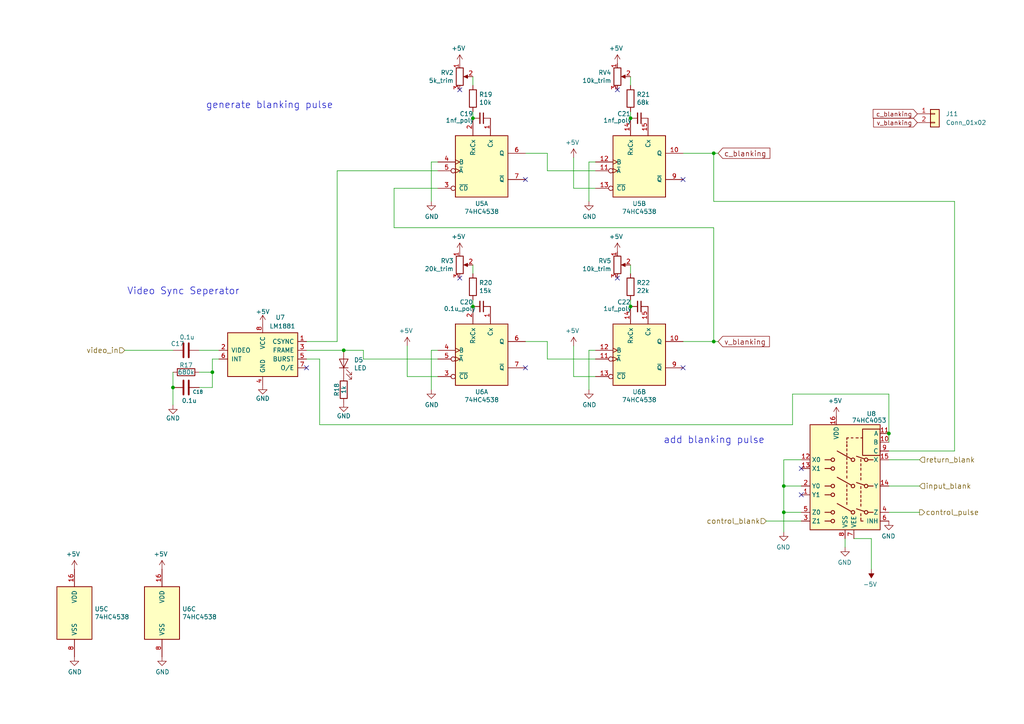
<source format=kicad_sch>
(kicad_sch (version 20211123) (generator eeschema)
  (paper "A4")
  (lib_symbols
    (symbol "74hc4538:74HC4538" (pin_names (offset 1.016))
      (property "Reference" "U" (at -7.62 8.89 0))
      (property "Value" "74HC4538" (at -7.62 -11.43 0))
      (symbol "74HC4538_1_0"
        (pin input line (at 2.54 12.7 270) (length 5.08) (name "Cx") (number "1"))
        (pin input line (at -2.54 12.7 270) (length 5.08) (name "RxCx") (number "2"))
        (pin input inverted (at -12.7 -7.62 0) (length 5.08) (name "~{CD}") (number "3"))
        (pin input clock (at -12.7 0 0) (length 5.08) (name "B") (number "4"))
        (pin input inverted_clock (at -12.7 -2.54 0) (length 5.08) (name "~{A}") (number "5"))
        (pin output line (at 12.7 2.54 180) (length 5.08) (name "Q") (number "6"))
        (pin output line (at 12.7 -5.08 180) (length 5.08) (name "~{Q}") (number "7"))
      )
      (symbol "74HC4538_1_1"
        (rectangle (start -7.62 7.62) (end 7.62 -10.16) (stroke (width 0.254)) (fill (type background)))
      )
      (symbol "74HC4538_2_0"
        (pin output line (at 12.7 2.54 180) (length 5.08) (name "Q") (number "10"))
        (pin input inverted_clock (at -12.7 -2.54 0) (length 5.08) (name "~{A}") (number "11"))
        (pin input clock (at -12.7 0 0) (length 5.08) (name "B") (number "12"))
        (pin input inverted (at -12.7 -7.62 0) (length 5.08) (name "~{CD}") (number "13"))
        (pin input line (at -2.54 12.7 270) (length 5.08) (name "RxCx") (number "14"))
        (pin input line (at 2.54 12.7 270) (length 5.08) (name "Cx") (number "15"))
        (pin output line (at 12.7 -5.08 180) (length 5.08) (name "~{Q}") (number "9"))
      )
      (symbol "74HC4538_2_1"
        (rectangle (start -7.62 7.62) (end 7.62 -10.16) (stroke (width 0.254)) (fill (type background)))
      )
      (symbol "74HC4538_3_0"
        (pin power_in line (at 0 12.7 270) (length 5.08) (name "VDD") (number "16"))
        (pin power_in line (at 0 -12.7 90) (length 5.08) (name "VSS") (number "8"))
      )
      (symbol "74HC4538_3_1"
        (rectangle (start -5.08 7.62) (end 5.08 -7.62) (stroke (width 0.254)) (fill (type background)))
      )
    )
    (symbol "Connector_Generic:Conn_01x02" (pin_names (offset 1.016) hide)
      (property "Reference" "J" (at 0 2.54 0))
      (property "Value" "Conn_01x02" (at 0 -5.08 0))
      (symbol "Conn_01x02_1_1"
        (rectangle (start -1.27 -2.413) (end 0 -2.667) (stroke (width 0.1524)))
        (rectangle (start -1.27 0.127) (end 0 -0.127) (stroke (width 0.1524)))
        (rectangle (start -1.27 1.27) (end 1.27 -3.81) (stroke (width 0.254)) (fill (type background)))
        (pin passive line (at -5.08 0 0) (length 3.81) (name "Pin_1") (number "1"))
        (pin passive line (at -5.08 -2.54 0) (length 3.81) (name "Pin_2") (number "2"))
      )
    )
    (symbol "Device:C_Small" (pin_numbers hide) (pin_names (offset 0.254) hide)
      (property "Reference" "C" (at 0.254 1.778 0))
      (property "Value" "C_Small" (at 0.254 -2.032 0))
      (symbol "C_Small_0_1"
        (polyline (pts (xy -1.524 -0.508) (xy 1.524 -0.508)) (stroke (width 0.3302)))
        (polyline (pts (xy -1.524 0.508) (xy 1.524 0.508)) (stroke (width 0.3048)))
      )
      (symbol "C_Small_1_1"
        (pin passive line (at 0 2.54 270) (length 2.032) (name "~") (number "1"))
        (pin passive line (at 0 -2.54 90) (length 2.032) (name "~") (number "2"))
      )
    )
    (symbol "Device:R" (pin_numbers hide) (pin_names (offset 0))
      (property "Reference" "R" (at 2.032 0 90))
      (property "Value" "R" (at 0 0 90))
      (symbol "R_0_1"
        (rectangle (start -1.016 -2.54) (end 1.016 2.54) (stroke (width 0.254)))
      )
      (symbol "R_1_1"
        (pin passive line (at 0 3.81 270) (length 1.27) (name "~") (number "1"))
        (pin passive line (at 0 -3.81 90) (length 1.27) (name "~") (number "2"))
      )
    )
    (symbol "Sync-Ope-proto-rescue:+5V-Sync-Ope-proto-Sync-Ope-proto-rescue" (power) (pin_names (offset 0))
      (property "Value" "+5V-Sync-Ope-proto-Sync-Ope-proto-rescue" (at 0 3.556 0))
      (symbol "+5V-Sync-Ope-proto-Sync-Ope-proto-rescue_0_1"
        (polyline (pts (xy -0.762 1.27) (xy 0 2.54)))
        (polyline (pts (xy 0 0) (xy 0 2.54)))
        (polyline (pts (xy 0 2.54) (xy 0.762 1.27)))
      )
      (symbol "+5V-Sync-Ope-proto-Sync-Ope-proto-rescue_1_1"
        (pin power_in line (at 0 0 90) (length 0) hide (name "+5V") (number "1"))
      )
    )
    (symbol "Sync-Ope-proto-rescue:C-Sync-Ope-proto-Sync-Ope-proto-rescue" (pin_numbers hide) (pin_names (offset 0.254))
      (property "Reference" "C" (at 0.635 2.54 0))
      (property "Value" "C-Sync-Ope-proto-Sync-Ope-proto-rescue" (at 0.635 -2.54 0))
      (symbol "C-Sync-Ope-proto-Sync-Ope-proto-rescue_0_1"
        (polyline (pts (xy -2.032 -0.762) (xy 2.032 -0.762)) (stroke (width 0.508)))
        (polyline (pts (xy -2.032 0.762) (xy 2.032 0.762)) (stroke (width 0.508)))
      )
      (symbol "C-Sync-Ope-proto-Sync-Ope-proto-rescue_1_1"
        (pin passive line (at 0 3.81 270) (length 2.794) (name "~") (number "1"))
        (pin passive line (at 0 -3.81 90) (length 2.794) (name "~") (number "2"))
      )
    )
    (symbol "Sync-Ope-proto-rescue:CD4053B-Analog_Switch"
      (property "Reference" "U" (at -10.16 16.51 0))
      (property "Value" "CD4053B-Analog_Switch" (at 3.81 16.51 0))
      (symbol "CD4053B-Analog_Switch_0_1"
        (rectangle (start -10.16 6.35) (end -5.08 13.97) (stroke (width 0.254)))
        (rectangle (start -10.16 15.24) (end 10.16 -15.24) (stroke (width 0.254)) (fill (type background)))
        (circle (center -6.096 -10.16) (radius 0.508) (stroke (width 0.254)))
        (circle (center -6.096 -2.54) (radius 0.508) (stroke (width 0.254)))
        (circle (center -6.096 5.08) (radius 0.508) (stroke (width 0.254)))
        (circle (center -2.286 -10.16) (radius 0.508) (stroke (width 0.254)))
        (circle (center -2.286 -2.54) (radius 0.508) (stroke (width 0.254)))
        (circle (center -2.286 5.08) (radius 0.508) (stroke (width 0.254)))
        (polyline (pts (xy -8.128 -10.16) (xy -6.604 -10.16)) (stroke (width 0.254)))
        (polyline (pts (xy -8.128 -2.54) (xy -6.604 -2.54)) (stroke (width 0.254)))
        (polyline (pts (xy -8.128 5.08) (xy -6.604 5.08)) (stroke (width 0.254)))
        (polyline (pts (xy -5.588 -9.906) (xy -3.302 -9.144)) (stroke (width 0.254)))
        (polyline (pts (xy -5.588 -2.286) (xy -3.302 -1.524)) (stroke (width 0.254)))
        (polyline (pts (xy -5.588 5.334) (xy -3.302 6.096)) (stroke (width 0.254)))
        (polyline (pts (xy -4.572 -12.7) (xy -5.207 -12.7)) (stroke (width 0.254)))
        (polyline (pts (xy -4.572 -12.446) (xy -4.572 -11.811)) (stroke (width 0.254)))
        (polyline (pts (xy -4.572 -11.176) (xy -4.572 -10.541)) (stroke (width 0.254)))
        (polyline (pts (xy -4.572 -8.382) (xy -4.572 -7.747)) (stroke (width 0.254)))
        (polyline (pts (xy -4.572 -7.112) (xy -4.572 -6.477)) (stroke (width 0.254)))
        (polyline (pts (xy -4.572 -5.842) (xy -4.572 -5.207)) (stroke (width 0.254)))
        (polyline (pts (xy -4.572 -4.572) (xy -4.572 -3.937)) (stroke (width 0.254)))
        (polyline (pts (xy -4.572 -3.302) (xy -4.572 -2.667)) (stroke (width 0.254)))
        (polyline (pts (xy -4.572 -0.762) (xy -4.572 -0.127)) (stroke (width 0.254)))
        (polyline (pts (xy -4.572 0.508) (xy -4.572 1.143)) (stroke (width 0.254)))
        (polyline (pts (xy -4.572 2.032) (xy -4.572 2.667)) (stroke (width 0.254)))
        (polyline (pts (xy -4.572 3.302) (xy -4.572 3.937)) (stroke (width 0.254)))
        (polyline (pts (xy -4.572 4.572) (xy -4.572 5.207)) (stroke (width 0.254)))
        (polyline (pts (xy -4.572 11.43) (xy -5.08 11.43)) (stroke (width 0.254)))
        (polyline (pts (xy -3.81 11.43) (xy -3.175 11.43)) (stroke (width 0.254)))
        (polyline (pts (xy -1.778 -9.906) (xy 2.286 -7.62)) (stroke (width 0.254)))
        (polyline (pts (xy -1.778 -2.286) (xy 2.286 0)) (stroke (width 0.254)))
        (polyline (pts (xy -1.778 5.334) (xy 2.286 7.62)) (stroke (width 0.254)))
        (polyline (pts (xy -1.778 11.43) (xy -2.286 11.43)) (stroke (width 0.254)))
        (polyline (pts (xy -0.508 -7.874) (xy -0.508 -7.239)) (stroke (width 0.254)))
        (polyline (pts (xy -0.508 -6.604) (xy -0.508 -5.969)) (stroke (width 0.254)))
        (polyline (pts (xy -0.508 -5.334) (xy -0.508 -4.699)) (stroke (width 0.254)))
        (polyline (pts (xy -0.508 -4.064) (xy -0.508 -3.429)) (stroke (width 0.254)))
        (polyline (pts (xy -0.508 -2.794) (xy -0.508 -2.159)) (stroke (width 0.254)))
        (polyline (pts (xy -0.508 -0.254) (xy -0.508 0.381)) (stroke (width 0.254)))
        (polyline (pts (xy -0.508 1.27) (xy -0.508 1.905)) (stroke (width 0.254)))
        (polyline (pts (xy -0.508 2.54) (xy -0.508 3.175)) (stroke (width 0.254)))
        (polyline (pts (xy -0.508 3.81) (xy -0.508 4.445)) (stroke (width 0.254)))
        (polyline (pts (xy -0.508 5.08) (xy -0.508 5.715)) (stroke (width 0.254)))
        (polyline (pts (xy -0.508 6.35) (xy -0.508 6.985)) (stroke (width 0.254)))
        (polyline (pts (xy -0.508 7.62) (xy -0.508 8.255)) (stroke (width 0.254)))
        (polyline (pts (xy -0.508 8.89) (xy -0.508 9.398)) (stroke (width 0.254)))
        (polyline (pts (xy -0.508 8.89) (xy -0.508 9.525)) (stroke (width 0.254)))
        (polyline (pts (xy -0.508 9.906) (xy -0.508 10.414)) (stroke (width 0.254)))
        (polyline (pts (xy -0.508 10.922) (xy -0.508 11.43)) (stroke (width 0.254)))
        (polyline (pts (xy -0.508 11.43) (xy -1.016 11.43)) (stroke (width 0.254)))
        (polyline (pts (xy 4.064 -12.7) (xy 5.842 -12.7)) (stroke (width 0.254)))
        (polyline (pts (xy 4.064 -10.16) (xy 5.842 -10.16)) (stroke (width 0.254)))
        (polyline (pts (xy 4.064 -5.08) (xy 5.842 -5.08)) (stroke (width 0.254)))
        (polyline (pts (xy 4.064 -2.54) (xy 5.842 -2.54)) (stroke (width 0.254)))
        (polyline (pts (xy 4.064 2.54) (xy 5.842 2.54)) (stroke (width 0.254)))
        (polyline (pts (xy 4.064 5.08) (xy 5.842 5.08)) (stroke (width 0.254)))
        (circle (center 3.556 -12.7) (radius 0.508) (stroke (width 0.254)))
        (circle (center 3.556 -10.16) (radius 0.508) (stroke (width 0.254)))
        (circle (center 3.556 -5.08) (radius 0.508) (stroke (width 0.254)))
        (circle (center 3.556 -2.54) (radius 0.508) (stroke (width 0.254)))
        (circle (center 3.556 2.54) (radius 0.508) (stroke (width 0.254)))
        (circle (center 3.556 5.08) (radius 0.508) (stroke (width 0.254)))
      )
      (symbol "CD4053B-Analog_Switch_1_1"
        (pin bidirectional line (at 12.7 -5.08 180) (length 2.54) (name "Y1") (number "1"))
        (pin input line (at -12.7 10.16 0) (length 2.54) (name "B") (number "10"))
        (pin input line (at -12.7 12.7 0) (length 2.54) (name "A") (number "11"))
        (pin bidirectional line (at 12.7 5.08 180) (length 2.54) (name "X0") (number "12"))
        (pin bidirectional line (at 12.7 2.54 180) (length 2.54) (name "X1") (number "13"))
        (pin bidirectional line (at -12.7 -2.54 0) (length 2.54) (name "Y") (number "14"))
        (pin bidirectional line (at -12.7 5.08 0) (length 2.54) (name "X") (number "15"))
        (pin power_in line (at 2.54 17.78 270) (length 2.54) (name "VDD") (number "16"))
        (pin bidirectional line (at 12.7 -2.54 180) (length 2.54) (name "Y0") (number "2"))
        (pin bidirectional line (at 12.7 -12.7 180) (length 2.54) (name "Z1") (number "3"))
        (pin bidirectional line (at -12.7 -10.16 0) (length 2.54) (name "Z") (number "4"))
        (pin bidirectional line (at 12.7 -10.16 180) (length 2.54) (name "Z0") (number "5"))
        (pin input line (at -12.7 -12.7 0) (length 2.54) (name "INH") (number "6"))
        (pin power_in line (at -2.54 -17.78 90) (length 2.54) (name "VEE") (number "7"))
        (pin power_in line (at 0 -17.78 90) (length 2.54) (name "VSS") (number "8"))
        (pin input line (at -12.7 7.62 0) (length 2.54) (name "C") (number "9"))
      )
    )
    (symbol "Sync-Ope-proto-rescue:GND-Sync-Ope-proto-Sync-Ope-proto-rescue" (power) (pin_names (offset 0))
      (property "Value" "GND-Sync-Ope-proto-Sync-Ope-proto-rescue" (at 0 -3.81 0))
      (symbol "GND-Sync-Ope-proto-Sync-Ope-proto-rescue_0_1"
        (polyline (pts (xy 0 0) (xy 0 -1.27) (xy 1.27 -1.27) (xy 0 -2.54) (xy -1.27 -1.27) (xy 0 -1.27)))
      )
      (symbol "GND-Sync-Ope-proto-Sync-Ope-proto-rescue_1_1"
        (pin power_in line (at 0 0 270) (length 0) hide (name "GND") (number "1"))
      )
    )
    (symbol "Sync-Ope-proto-rescue:LED-Device" (pin_numbers hide) (pin_names (offset 1.016) hide)
      (property "Reference" "D" (at 0 2.54 0))
      (property "Value" "LED-Device" (at 0 -2.54 0))
      (symbol "LED-Device_0_1"
        (polyline (pts (xy -1.27 -1.27) (xy -1.27 1.27)) (stroke (width 0.2032)))
        (polyline (pts (xy -1.27 0) (xy 1.27 0)))
        (polyline (pts (xy 1.27 -1.27) (xy 1.27 1.27) (xy -1.27 0) (xy 1.27 -1.27)) (stroke (width 0.2032)))
        (polyline (pts (xy -3.048 -0.762) (xy -4.572 -2.286) (xy -3.81 -2.286) (xy -4.572 -2.286) (xy -4.572 -1.524)))
        (polyline (pts (xy -1.778 -0.762) (xy -3.302 -2.286) (xy -2.54 -2.286) (xy -3.302 -2.286) (xy -3.302 -1.524)))
      )
      (symbol "LED-Device_1_1"
        (pin passive line (at -3.81 0 0) (length 2.54) (name "K") (number "1"))
        (pin passive line (at 3.81 0 180) (length 2.54) (name "A") (number "2"))
      )
    )
    (symbol "Sync-Ope-proto-rescue:R-Sync-Ope-proto-Sync-Ope-proto-rescue" (pin_numbers hide) (pin_names (offset 0))
      (property "Reference" "R" (at 2.032 0 90))
      (property "Value" "R-Sync-Ope-proto-Sync-Ope-proto-rescue" (at 0 0 90))
      (symbol "R-Sync-Ope-proto-Sync-Ope-proto-rescue_0_1"
        (rectangle (start -1.016 -2.54) (end 1.016 2.54) (stroke (width 0.254)))
      )
      (symbol "R-Sync-Ope-proto-Sync-Ope-proto-rescue_1_1"
        (pin passive line (at 0 3.81 270) (length 1.27) (name "~") (number "1"))
        (pin passive line (at 0 -3.81 90) (length 1.27) (name "~") (number "2"))
      )
    )
    (symbol "Video:LM1881" (pin_names (offset 1.016))
      (property "Reference" "U" (at -8.89 8.89 0))
      (property "Value" "LM1881" (at 6.35 8.89 0))
      (symbol "LM1881_0_1"
        (rectangle (start -10.16 7.62) (end 10.16 -5.08) (stroke (width 0.254)) (fill (type background)))
      )
      (symbol "LM1881_1_1"
        (pin output line (at 12.7 5.08 180) (length 2.54) (name "CSYNC") (number "1"))
        (pin input line (at -12.7 2.54 0) (length 2.54) (name "VIDEO") (number "2"))
        (pin output line (at 12.7 2.54 180) (length 2.54) (name "FRAME") (number "3"))
        (pin power_in line (at 0 -7.62 90) (length 2.54) (name "GND") (number "4"))
        (pin output line (at 12.7 0 180) (length 2.54) (name "BURST") (number "5"))
        (pin input line (at -12.7 0 0) (length 2.54) (name "INT") (number "6"))
        (pin output line (at 12.7 -2.54 180) (length 2.54) (name "O/E") (number "7"))
        (pin power_in line (at 0 10.16 270) (length 2.54) (name "VCC") (number "8"))
      )
    )
    (symbol "power:+5V" (power) (pin_names (offset 0))
      (property "Value" "+5V" (at 0 3.556 0))
      (symbol "+5V_0_1"
        (polyline (pts (xy -0.762 1.27) (xy 0 2.54)))
        (polyline (pts (xy 0 0) (xy 0 2.54)))
        (polyline (pts (xy 0 2.54) (xy 0.762 1.27)))
      )
      (symbol "+5V_1_1"
        (pin power_in line (at 0 0 90) (length 0) hide (name "+5V") (number "1"))
      )
    )
    (symbol "power:-5V" (power) (pin_names (offset 0))
      (property "Value" "-5V" (at 0 3.81 0))
      (symbol "-5V_0_0"
        (pin power_in line (at 0 0 90) (length 0) hide (name "-5V") (number "1"))
      )
      (symbol "-5V_0_1"
        (polyline (pts (xy 0 0) (xy 0 1.27) (xy 0.762 1.27) (xy 0 2.54) (xy -0.762 1.27) (xy 0 1.27)) (fill (type outline)))
      )
    )
    (symbol "power:GND" (power) (pin_names (offset 0))
      (property "Value" "GND" (at 0 -3.81 0))
      (symbol "GND_0_1"
        (polyline (pts (xy 0 0) (xy 0 -1.27) (xy 1.27 -1.27) (xy 0 -2.54) (xy -1.27 -1.27) (xy 0 -1.27)))
      )
      (symbol "GND_1_1"
        (pin power_in line (at 0 0 270) (length 0) hide (name "GND") (number "1"))
      )
    )
    (symbol "sync_ope-rescue:R_POT-Device" (pin_names (offset 1.016) hide)
      (property "Reference" "RV" (at -4.445 0 90))
      (property "Value" "R_POT-Device" (at -2.54 0 90))
      (symbol "R_POT-Device_0_1"
        (polyline (pts (xy 2.54 0) (xy 1.524 0)))
        (polyline (pts (xy 1.143 0) (xy 2.286 0.508) (xy 2.286 -0.508) (xy 1.143 0)) (fill (type outline)))
        (rectangle (start 1.016 2.54) (end -1.016 -2.54) (stroke (width 0.254)))
      )
      (symbol "R_POT-Device_1_1"
        (pin passive line (at 0 3.81 270) (length 1.27) (name "1") (number "1"))
        (pin passive line (at 3.81 0 180) (length 1.27) (name "2") (number "2"))
        (pin passive line (at 0 -3.81 90) (length 1.27) (name "3") (number "3"))
      )
    )
  )
  (junction (at 257.81 125.73))
  (junction (at 137.16 88.9))
  (junction (at 182.88 88.9))
  (junction (at 61.595 107.95))
  (junction (at 137.16 34.29))
  (junction (at 50.165 112.395))
  (junction (at 182.88 34.29))
  (junction (at 227.33 148.59))
  (junction (at 207.01 44.45))
  (junction (at 99.695 101.6))
  (junction (at 207.01 99.06))
  (junction (at 227.33 140.97))
  (no_connect (at 179.07 80.645))
  (no_connect (at 133.35 80.645))
  (no_connect (at 152.4 106.68))
  (no_connect (at 179.07 26.035))
  (no_connect (at 232.41 135.89))
  (no_connect (at 152.4 52.07))
  (no_connect (at 88.9 106.68))
  (no_connect (at 232.41 143.51))
  (no_connect (at 198.12 52.07))
  (no_connect (at 198.12 106.68))
  (no_connect (at 133.35 26.035))
  (wire (pts (xy 88.9 104.14) (xy 92.71 104.14)))
  (wire (pts (xy 207.01 99.06) (xy 198.12 99.06)))
  (wire (pts (xy 61.595 112.395) (xy 61.595 107.95)))
  (wire (pts (xy 229.87 114.3) (xy 257.81 114.3)))
  (wire (pts (xy 118.11 100.33) (xy 118.11 109.22)))
  (wire (pts (xy 158.75 99.06) (xy 158.75 104.14)))
  (wire (pts (xy 50.165 117.475) (xy 50.165 112.395)))
  (wire (pts (xy 207.01 58.42) (xy 276.86 58.42)))
  (wire (pts (xy 229.87 123.19) (xy 229.87 114.3)))
  (wire (pts (xy 172.72 46.99) (xy 170.815 46.99)))
  (wire (pts (xy 257.81 148.59) (xy 266.7 148.59)))
  (wire (pts (xy 252.73 165.1) (xy 252.73 156.21)))
  (wire (pts (xy 125.095 46.99) (xy 125.095 58.42)))
  (wire (pts (xy 266.7 140.97) (xy 257.81 140.97)))
  (wire (pts (xy 170.815 101.6) (xy 170.815 113.03)))
  (wire (pts (xy 207.01 44.45) (xy 207.01 58.42)))
  (wire (pts (xy 152.4 44.45) (xy 158.75 44.45)))
  (wire (pts (xy 88.9 101.6) (xy 99.695 101.6)))
  (wire (pts (xy 172.72 54.61) (xy 166.37 54.61)))
  (wire (pts (xy 182.88 34.29) (xy 182.88 32.385)))
  (wire (pts (xy 61.595 104.14) (xy 61.595 107.95)))
  (wire (pts (xy 198.12 44.45) (xy 207.01 44.45)))
  (wire (pts (xy 257.81 114.3) (xy 257.81 125.73)))
  (wire (pts (xy 137.16 24.765) (xy 137.16 22.225)))
  (wire (pts (xy 227.33 133.35) (xy 227.33 140.97)))
  (wire (pts (xy 92.71 123.19) (xy 229.87 123.19)))
  (wire (pts (xy 114.3 66.04) (xy 207.01 66.04)))
  (wire (pts (xy 247.65 156.21) (xy 252.73 156.21)))
  (wire (pts (xy 105.41 104.14) (xy 105.41 101.6)))
  (wire (pts (xy 172.72 101.6) (xy 170.815 101.6)))
  (wire (pts (xy 227.33 140.97) (xy 227.33 148.59)))
  (wire (pts (xy 57.785 112.395) (xy 61.595 112.395)))
  (wire (pts (xy 182.88 79.375) (xy 182.88 76.835)))
  (wire (pts (xy 36.195 101.6) (xy 50.165 101.6)))
  (wire (pts (xy 182.88 88.9) (xy 182.88 86.995)))
  (wire (pts (xy 57.785 101.6) (xy 63.5 101.6)))
  (wire (pts (xy 137.16 34.29) (xy 137.16 32.385)))
  (wire (pts (xy 99.695 101.6) (xy 105.41 101.6)))
  (wire (pts (xy 137.16 79.375) (xy 137.16 76.835)))
  (wire (pts (xy 166.37 54.61) (xy 166.37 45.72)))
  (wire (pts (xy 158.75 44.45) (xy 158.75 49.53)))
  (wire (pts (xy 127 109.22) (xy 118.11 109.22)))
  (wire (pts (xy 97.79 99.06) (xy 97.79 49.53)))
  (wire (pts (xy 182.88 24.765) (xy 182.88 22.225)))
  (wire (pts (xy 114.3 54.61) (xy 114.3 66.04)))
  (wire (pts (xy 245.11 158.75) (xy 245.11 156.21)))
  (wire (pts (xy 114.3 54.61) (xy 127 54.61)))
  (wire (pts (xy 276.86 58.42) (xy 276.86 130.81)))
  (wire (pts (xy 125.095 46.99) (xy 127 46.99)))
  (wire (pts (xy 50.165 107.95) (xy 50.165 112.395)))
  (wire (pts (xy 257.81 125.73) (xy 257.81 128.27)))
  (wire (pts (xy 232.41 148.59) (xy 227.33 148.59)))
  (wire (pts (xy 88.9 99.06) (xy 97.79 99.06)))
  (wire (pts (xy 97.79 49.53) (xy 127 49.53)))
  (wire (pts (xy 166.37 109.22) (xy 166.37 100.33)))
  (wire (pts (xy 158.75 49.53) (xy 172.72 49.53)))
  (wire (pts (xy 125.095 101.6) (xy 127 101.6)))
  (wire (pts (xy 127 104.14) (xy 105.41 104.14)))
  (wire (pts (xy 92.71 104.14) (xy 92.71 123.19)))
  (wire (pts (xy 266.7 133.35) (xy 257.81 133.35)))
  (wire (pts (xy 158.75 104.14) (xy 172.72 104.14)))
  (wire (pts (xy 170.815 46.99) (xy 170.815 58.42)))
  (wire (pts (xy 227.33 148.59) (xy 227.33 154.305)))
  (wire (pts (xy 125.095 101.6) (xy 125.095 113.03)))
  (wire (pts (xy 63.5 104.14) (xy 61.595 104.14)))
  (wire (pts (xy 207.01 66.04) (xy 207.01 99.06)))
  (wire (pts (xy 208.28 99.06) (xy 207.01 99.06)))
  (wire (pts (xy 137.16 88.9) (xy 137.16 86.995)))
  (wire (pts (xy 172.72 109.22) (xy 166.37 109.22)))
  (wire (pts (xy 227.33 133.35) (xy 232.41 133.35)))
  (wire (pts (xy 208.28 44.45) (xy 207.01 44.45)))
  (wire (pts (xy 232.41 151.13) (xy 222.25 151.13)))
  (wire (pts (xy 57.785 107.95) (xy 61.595 107.95)))
  (wire (pts (xy 257.81 130.81) (xy 276.86 130.81)))
  (wire (pts (xy 152.4 99.06) (xy 158.75 99.06)))
  (wire (pts (xy 232.41 140.97) (xy 227.33 140.97)))
  (text "generate blanking pulse" (at 59.69 31.75 0) (effects (font (size 2.0066 2.0066)) (justify left bottom)))
  (text "add blanking pulse" (at 192.405 128.905 0) (effects (font (size 2.0066 2.0066)) (justify left bottom)))
  (text "Video Sync Seperator" (at 36.83 85.725 0) (effects (font (size 2.0066 2.0066)) (justify left bottom)))
  (global_label "c_blanking" (shape input) (at 208.28 44.45 0) (effects (font (size 1.524 1.524))) (property "Intersheet References" "${INTERSHEET_REFS}" (effects hide)))
  (global_label "v_blanking" (shape input) (at 266.065 35.56 180) (effects (font (size 1.3 1.3))) (property "Intersheet References" "${INTERSHEET_REFS}" (effects hide)))
  (global_label "c_blanking" (shape input) (at 266.065 33.02 180) (effects (font (size 1.3 1.3))) (property "Intersheet References" "${INTERSHEET_REFS}" (effects hide)))
  (global_label "v_blanking" (shape input) (at 208.28 99.06 0) (effects (font (size 1.524 1.524))) (property "Intersheet References" "${INTERSHEET_REFS}" (effects hide)))
  (hierarchical_label "control_blank" (shape input) (at 222.25 151.13 180) (effects (font (size 1.524 1.524))))
  (hierarchical_label "video_in" (shape input) (at 36.195 101.6 180) (effects (font (size 1.524 1.524))))
  (hierarchical_label "input_blank" (shape input) (at 266.7 140.97 0) (effects (font (size 1.524 1.524))))
  (hierarchical_label "return_blank" (shape input) (at 266.7 133.35 0) (effects (font (size 1.524 1.524))))
  (hierarchical_label "control_pulse" (shape output) (at 266.7 148.59 0) (effects (font (size 1.524 1.524))))
  (symbol (lib_id "power:GND") (at 245.11 158.75 0) (mirror y) (unit 1)
    (property "Reference" "#PWR064" (effects hide))
    (property "Value" "GND" (at 244.983 163.1442 0))
  )
  (symbol (lib_id "power:GND") (at 257.81 151.13 0) (mirror y) (unit 1)
    (property "Reference" "#PWR066" (effects hide))
    (property "Value" "GND" (at 257.683 155.5242 0))
  )
  (symbol (lib_id "power:+5V") (at 242.57 120.65 0) (mirror y) (unit 1)
    (property "Reference" "#PWR063" (effects hide))
    (property "Value" "+5V" (at 242.189 116.2558 0))
  )
  (symbol (lib_id "Sync-Ope-proto-rescue:CD4053B-Analog_Switch") (at 245.11 138.43 0) (mirror y) (unit 1)
    (property "Reference" "U8" (at 252.73 120.015 0))
    (property "Value" "74HC4053" (at 252.095 121.92 0))
    (property "Footprint" "Package_DIP:DIP-16_W7.62mm_LongPads" (effects hide))
    (property "Datasheet" "http://www.ti.com/lit/ds/symlink/cd4052b.pdf" (effects hide))
  )
  (symbol (lib_id "74hc4538:74HC4538") (at 139.7 101.6 0) (unit 1)
    (property "Reference" "U6" (at 139.7 113.665 0))
    (property "Value" "74HC4538" (at 139.7 115.9764 0))
    (property "Footprint" "Package_DIP:DIP-16_W7.62mm_LongPads" (effects hide))
    (property "Datasheet" "https://assets.nexperia.com/documents/data-sheet/HEF4538B.pdf" (effects hide))
  )
  (symbol (lib_id "power:+5V") (at 118.11 100.33 0) (mirror y) (unit 1)
    (property "Reference" "#PWR051" (effects hide))
    (property "Value" "+5V" (at 117.729 95.9358 0))
  )
  (symbol (lib_id "power:GND") (at 125.095 113.03 0) (unit 1)
    (property "Reference" "#PWR053" (effects hide))
    (property "Value" "GND" (at 125.222 117.4242 0))
  )
  (symbol (lib_id "Device:C_Small") (at 139.7 88.9 270) (unit 1)
    (property "Reference" "C20" (at 135.255 87.63 90))
    (property "Value" "0.1u_poly" (at 133.35 89.535 90))
    (property "Footprint" "Capacitor_THT:C_Disc_D4.3mm_W1.9mm_P5.00mm" (effects hide))
  )
  (symbol (lib_id "Device:R") (at 137.16 83.185 180) (unit 1)
    (property "Reference" "R20" (at 138.938 82.0166 0) (effects (justify right)))
    (property "Value" "15k" (at 138.938 84.328 0) (effects (justify right)))
    (property "Footprint" "Resistor_THT:R_Axial_DIN0204_L3.6mm_D1.6mm_P7.62mm_Horizontal" (effects hide))
  )
  (symbol (lib_id "sync_ope-rescue:R_POT-Device") (at 133.35 76.835 0) (unit 1)
    (property "Reference" "RV3" (at 131.5974 75.6666 0) (effects (justify right)))
    (property "Value" "20k_trim" (at 131.5974 77.978 0) (effects (justify right)))
    (property "Footprint" "lib_fp:tht_vertical_trim_3362" (effects hide))
  )
  (symbol (lib_id "power:+5V") (at 133.35 73.025 0) (mirror y) (unit 1)
    (property "Reference" "#PWR055" (effects hide))
    (property "Value" "+5V" (at 132.969 68.6308 0))
  )
  (symbol (lib_id "74hc4538:74HC4538") (at 21.59 177.8 0) (unit 3)
    (property "Reference" "U5" (at 27.432 176.6316 0) (effects (justify left)))
    (property "Value" "74HC4538" (at 27.432 178.943 0) (effects (justify left)))
    (property "Footprint" "Package_DIP:DIP-16_W7.62mm_LongPads" (effects hide))
    (property "Datasheet" "https://assets.nexperia.com/documents/data-sheet/HEF4538B.pdf" (effects hide))
  )
  (symbol (lib_id "power:+5V") (at 21.59 165.1 0) (mirror y) (unit 1)
    (property "Reference" "#PWR043" (effects hide))
    (property "Value" "+5V" (at 21.209 160.7058 0))
  )
  (symbol (lib_id "power:GND") (at 21.59 190.5 0) (unit 1)
    (property "Reference" "#PWR044" (effects hide))
    (property "Value" "GND" (at 21.717 194.8942 0))
  )
  (symbol (lib_id "Sync-Ope-proto-rescue:C-Sync-Ope-proto-Sync-Ope-proto-rescue") (at 53.975 101.6 270) (unit 1)
    (property "Reference" "C17" (at 49.53 99.695 90) (effects (justify left)))
    (property "Value" "0.1u" (at 52.07 97.79 90) (effects (justify left)))
    (property "Footprint" "Capacitor_THT:C_Disc_D4.3mm_W1.9mm_P5.00mm" (effects hide))
  )
  (symbol (lib_id "Sync-Ope-proto-rescue:+5V-Sync-Ope-proto-Sync-Ope-proto-rescue") (at 76.2 93.98 0) (unit 1)
    (property "Reference" "#PWR048" (effects hide))
    (property "Value" "+5V" (at 76.2 90.424 0))
  )
  (symbol (lib_id "Sync-Ope-proto-rescue:R-Sync-Ope-proto-Sync-Ope-proto-rescue") (at 53.975 107.95 270) (mirror x) (unit 1)
    (property "Reference" "R17" (at 53.975 105.918 90))
    (property "Value" "680k" (at 53.975 107.95 90))
    (property "Footprint" "Resistor_THT:R_Axial_DIN0204_L3.6mm_D1.6mm_P7.62mm_Horizontal" (effects hide))
  )
  (symbol (lib_id "Sync-Ope-proto-rescue:C-Sync-Ope-proto-Sync-Ope-proto-rescue") (at 53.975 112.395 270) (mirror x) (unit 1)
    (property "Reference" "C18" (at 55.88 113.665 90) (effects (font (size 0.9906 0.9906)) (justify left)))
    (property "Value" "0.1u" (at 52.705 116.205 90) (effects (justify left)))
    (property "Footprint" "Capacitor_THT:C_Disc_D4.3mm_W1.9mm_P5.00mm" (effects hide))
  )
  (symbol (lib_id "Sync-Ope-proto-rescue:R-Sync-Ope-proto-Sync-Ope-proto-rescue") (at 99.695 113.03 0) (mirror y) (unit 1)
    (property "Reference" "R18" (at 97.663 113.03 90))
    (property "Value" "1k" (at 99.695 113.03 90))
    (property "Footprint" "Resistor_THT:R_Axial_DIN0204_L3.6mm_D1.6mm_P7.62mm_Horizontal" (effects hide))
  )
  (symbol (lib_id "Sync-Ope-proto-rescue:LED-Device") (at 99.695 105.41 90) (unit 1)
    (property "Reference" "D5" (at 102.6668 104.4194 90) (effects (justify right)))
    (property "Value" "LED" (at 102.6668 106.7308 90) (effects (justify right)))
    (property "Footprint" "LED_THT:LED_D3.0mm" (effects hide))
  )
  (symbol (lib_id "power:GND") (at 227.33 154.305 0) (mirror y) (unit 1)
    (property "Reference" "#PWR062" (effects hide))
    (property "Value" "GND" (at 227.203 158.6992 0))
  )
  (symbol (lib_id "Video:LM1881") (at 76.2 104.14 0) (unit 1)
    (property "Reference" "U7" (at 81.28 92.075 0))
    (property "Value" "LM1881" (at 81.915 94.615 0))
    (property "Footprint" "lib_fp:DIP-SOIC-8" (effects hide))
  )
  (symbol (lib_id "Sync-Ope-proto-rescue:GND-Sync-Ope-proto-Sync-Ope-proto-rescue") (at 76.2 111.76 0) (unit 1)
    (property "Reference" "#PWR049" (effects hide))
    (property "Value" "GND" (at 76.2 115.57 0))
  )
  (symbol (lib_id "Sync-Ope-proto-rescue:GND-Sync-Ope-proto-Sync-Ope-proto-rescue") (at 99.695 116.84 0) (unit 1)
    (property "Reference" "#PWR050" (effects hide))
    (property "Value" "GND" (at 99.695 120.65 0))
  )
  (symbol (lib_id "Sync-Ope-proto-rescue:GND-Sync-Ope-proto-Sync-Ope-proto-rescue") (at 50.165 117.475 0) (unit 1)
    (property "Reference" "#PWR047" (effects hide))
    (property "Value" "GND" (at 50.165 121.285 0))
  )
  (symbol (lib_id "power:-5V") (at 252.73 165.1 180) (unit 1)
    (property "Reference" "#PWR065" (effects hide))
    (property "Value" "-5V" (at 252.349 169.4942 0))
  )
  (symbol (lib_id "74hc4538:74HC4538") (at 46.99 177.8 0) (unit 3)
    (property "Reference" "U6" (at 52.832 176.6316 0) (effects (justify left)))
    (property "Value" "74HC4538" (at 52.832 178.943 0) (effects (justify left)))
    (property "Footprint" "Package_DIP:DIP-16_W7.62mm_LongPads" (effects hide))
    (property "Datasheet" "https://assets.nexperia.com/documents/data-sheet/HEF4538B.pdf" (effects hide))
  )
  (symbol (lib_id "power:+5V") (at 46.99 165.1 0) (mirror y) (unit 1)
    (property "Reference" "#PWR045" (effects hide))
    (property "Value" "+5V" (at 46.609 160.7058 0))
  )
  (symbol (lib_id "power:GND") (at 46.99 190.5 0) (unit 1)
    (property "Reference" "#PWR046" (effects hide))
    (property "Value" "GND" (at 47.117 194.8942 0))
  )
  (symbol (lib_id "74hc4538:74HC4538") (at 185.42 101.6 0) (unit 2)
    (property "Reference" "U6" (at 185.42 113.665 0))
    (property "Value" "74HC4538" (at 185.42 115.9764 0))
    (property "Footprint" "Package_DIP:DIP-16_W7.62mm_LongPads" (effects hide))
    (property "Datasheet" "https://assets.nexperia.com/documents/data-sheet/HEF4538B.pdf" (effects hide))
  )
  (symbol (lib_id "power:+5V") (at 166.37 100.33 0) (mirror y) (unit 1)
    (property "Reference" "#PWR057" (effects hide))
    (property "Value" "+5V" (at 165.989 95.9358 0))
  )
  (symbol (lib_id "power:GND") (at 170.815 113.03 0) (unit 1)
    (property "Reference" "#PWR059" (effects hide))
    (property "Value" "GND" (at 170.942 117.4242 0))
  )
  (symbol (lib_id "Device:C_Small") (at 185.42 88.9 270) (unit 1)
    (property "Reference" "C22" (at 180.975 87.63 90))
    (property "Value" "1uf_poly" (at 179.07 89.535 90))
    (property "Footprint" "Capacitor_THT:C_Disc_D4.3mm_W1.9mm_P5.00mm" (effects hide))
  )
  (symbol (lib_id "Device:R") (at 182.88 83.185 180) (unit 1)
    (property "Reference" "R22" (at 184.658 82.0166 0) (effects (justify right)))
    (property "Value" "22k" (at 184.658 84.328 0) (effects (justify right)))
    (property "Footprint" "Resistor_THT:R_Axial_DIN0204_L3.6mm_D1.6mm_P7.62mm_Horizontal" (effects hide))
  )
  (symbol (lib_id "sync_ope-rescue:R_POT-Device") (at 179.07 76.835 0) (unit 1)
    (property "Reference" "RV5" (at 177.3174 75.6666 0) (effects (justify right)))
    (property "Value" "10k_trim" (at 177.3174 77.978 0) (effects (justify right)))
    (property "Footprint" "lib_fp:tht_vertical_trim_3362" (effects hide))
  )
  (symbol (lib_id "power:+5V") (at 179.07 73.025 0) (mirror y) (unit 1)
    (property "Reference" "#PWR061" (effects hide))
    (property "Value" "+5V" (at 178.689 68.6308 0))
  )
  (symbol (lib_id "74hc4538:74HC4538") (at 139.7 46.99 0) (unit 1)
    (property "Reference" "U5" (at 139.7 59.055 0))
    (property "Value" "74HC4538" (at 139.7 61.3664 0))
    (property "Footprint" "Package_DIP:DIP-16_W7.62mm_LongPads" (effects hide))
    (property "Datasheet" "https://assets.nexperia.com/documents/data-sheet/HEF4538B.pdf" (effects hide))
  )
  (symbol (lib_id "power:GND") (at 125.095 58.42 0) (unit 1)
    (property "Reference" "#PWR052" (effects hide))
    (property "Value" "GND" (at 125.222 62.8142 0))
  )
  (symbol (lib_id "Device:C_Small") (at 139.7 34.29 270) (unit 1)
    (property "Reference" "C19" (at 135.255 33.02 90))
    (property "Value" "1nf_poly" (at 133.35 34.925 90))
    (property "Footprint" "Capacitor_THT:C_Disc_D4.3mm_W1.9mm_P5.00mm" (effects hide))
  )
  (symbol (lib_id "Device:R") (at 137.16 28.575 180) (unit 1)
    (property "Reference" "R19" (at 138.938 27.4066 0) (effects (justify right)))
    (property "Value" "10k" (at 138.938 29.718 0) (effects (justify right)))
    (property "Footprint" "Resistor_THT:R_Axial_DIN0204_L3.6mm_D1.6mm_P7.62mm_Horizontal" (effects hide))
  )
  (symbol (lib_id "sync_ope-rescue:R_POT-Device") (at 133.35 22.225 0) (unit 1)
    (property "Reference" "RV2" (at 131.5974 21.0566 0) (effects (justify right)))
    (property "Value" "5k_trim" (at 131.5974 23.368 0) (effects (justify right)))
    (property "Footprint" "lib_fp:tht_vertical_trim_3362" (effects hide))
  )
  (symbol (lib_id "power:+5V") (at 133.35 18.415 0) (mirror y) (unit 1)
    (property "Reference" "#PWR054" (effects hide))
    (property "Value" "+5V" (at 132.969 14.0208 0))
  )
  (symbol (lib_id "74hc4538:74HC4538") (at 185.42 46.99 0) (unit 2)
    (property "Reference" "U5" (at 185.42 59.055 0))
    (property "Value" "74HC4538" (at 185.42 61.3664 0))
    (property "Footprint" "Package_DIP:DIP-16_W7.62mm_LongPads" (effects hide))
    (property "Datasheet" "https://assets.nexperia.com/documents/data-sheet/HEF4538B.pdf" (effects hide))
  )
  (symbol (lib_id "power:+5V") (at 166.37 45.72 0) (mirror y) (unit 1)
    (property "Reference" "#PWR056" (effects hide))
    (property "Value" "+5V" (at 165.989 41.3258 0))
  )
  (symbol (lib_id "power:GND") (at 170.815 58.42 0) (unit 1)
    (property "Reference" "#PWR058" (effects hide))
    (property "Value" "GND" (at 170.942 62.8142 0))
  )
  (symbol (lib_id "Device:C_Small") (at 185.42 34.29 270) (unit 1)
    (property "Reference" "C21" (at 180.975 33.02 90))
    (property "Value" "1nf_poly" (at 179.07 34.925 90))
    (property "Footprint" "Capacitor_THT:C_Disc_D4.3mm_W1.9mm_P5.00mm" (effects hide))
  )
  (symbol (lib_id "Device:R") (at 182.88 28.575 180) (unit 1)
    (property "Reference" "R21" (at 184.658 27.4066 0) (effects (justify right)))
    (property "Value" "68k" (at 184.658 29.718 0) (effects (justify right)))
    (property "Footprint" "Resistor_THT:R_Axial_DIN0204_L3.6mm_D1.6mm_P7.62mm_Horizontal" (effects hide))
  )
  (symbol (lib_id "sync_ope-rescue:R_POT-Device") (at 179.07 22.225 0) (unit 1)
    (property "Reference" "RV4" (at 177.3174 21.0566 0) (effects (justify right)))
    (property "Value" "10k_trim" (at 177.3174 23.368 0) (effects (justify right)))
    (property "Footprint" "lib_fp:tht_vertical_trim_3362" (effects hide))
  )
  (symbol (lib_id "power:+5V") (at 179.07 18.415 0) (mirror y) (unit 1)
    (property "Reference" "#PWR060" (effects hide))
    (property "Value" "+5V" (at 178.689 14.0208 0))
  )
  (symbol (lib_id "Connector_Generic:Conn_01x02") (at 271.145 33.02 0) (unit 1)
    (property "Reference" "J11" (at 274.32 33.0199 0) (effects (justify left)))
    (property "Value" "Conn_01x02" (at 274.32 35.5599 0) (effects (justify left)))
    (property "Footprint" "Connector_PinHeader_2.54mm:PinHeader_1x02_P2.54mm_Vertical" (effects hide))
  )
)
</source>
